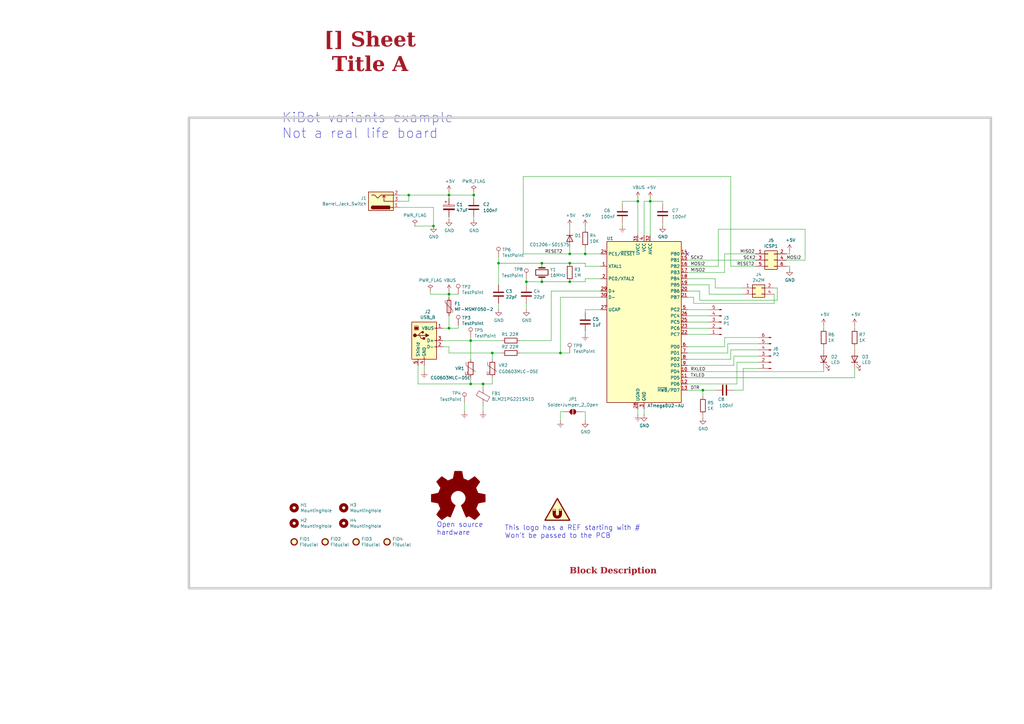
<source format=kicad_sch>
(kicad_sch (version 20250114) (generator "eeschema") (generator_version "9.0")
  (paper "A3")
  (title_block (title "Sheet Title A") (date "2025-01-12") (rev "${REVISION}") (company "${COMPANY}"))
  (lib_symbols
    (symbol "Connector:Barrel_Jack_Switch" (pin_names (hide yes))
      (property "Reference" "J" (at 0 5.334 0))
      (property "Value" "Barrel_Jack_Switch" (at 0 -5.08 0))
      (symbol "Barrel_Jack_Switch_1_1"
        (pin passive line (at 7.62 2.54 180) (length 2.54) (name "~") (number "1"))
        (pin passive line (at 7.62 0 180) (length 2.54) (name "~") (number "3"))
        (pin passive line (at 7.62 -2.54 180) (length 2.54) (name "~") (number "2"))
      )
    )
    (symbol "Connector:Conn_01x05_Pin" (pin_names (offset 1.016) (hide yes))
      (property "Reference" "J" (at 0 7.62 0))
      (property "Value" "Conn_01x05_Pin" (at 0 -7.62 0))
      (symbol "Conn_01x05_Pin_1_1"
        (pin passive line (at 5.08 5.08 180) (length 3.81) (name "Pin_1") (number "1"))
        (pin passive line (at 5.08 2.54 180) (length 3.81) (name "Pin_2") (number "2"))
        (pin passive line (at 5.08 0 180) (length 3.81) (name "Pin_3") (number "3"))
        (pin passive line (at 5.08 -2.54 180) (length 3.81) (name "Pin_4") (number "4"))
        (pin passive line (at 5.08 -5.08 180) (length 3.81) (name "Pin_5") (number "5"))
      )
    )
    (symbol "Connector:Conn_01x06_Pin" (pin_names (offset 1.016) (hide yes))
      (property "Reference" "J" (at 0 7.62 0))
      (property "Value" "Conn_01x06_Pin" (at 0 -10.16 0))
      (symbol "Conn_01x06_Pin_1_1"
        (pin passive line (at 5.08 5.08 180) (length 3.81) (name "Pin_1") (number "1"))
        (pin passive line (at 5.08 2.54 180) (length 3.81) (name "Pin_2") (number "2"))
        (pin passive line (at 5.08 0 180) (length 3.81) (name "Pin_3") (number "3"))
        (pin passive line (at 5.08 -2.54 180) (length 3.81) (name "Pin_4") (number "4"))
        (pin passive line (at 5.08 -5.08 180) (length 3.81) (name "Pin_5") (number "5"))
        (pin passive line (at 5.08 -7.62 180) (length 3.81) (name "Pin_6") (number "6"))
      )
    )
    (symbol "Connector:TestPoint" (pin_numbers (hide yes)) (pin_names (offset 0.762) (hide yes))
      (property "Reference" "TP" (at 0 6.858 0))
      (property "Value" "TestPoint" (at 0 5.08 0))
      (symbol "TestPoint_1_1"
        (pin passive line (at 0 0 90) (length 2.54) (name "1") (number "1"))
      )
    )
    (symbol "Connector:USB_B" (pin_names (offset 1.016))
      (property "Reference" "J" (at -5.08 11.43 0))
      (property "Value" "USB_B" (at -5.08 8.89 0))
      (symbol "USB_B_1_1"
        (pin passive line (at -2.54 -10.16 90) (length 2.54) (name "Shield") (number "5"))
        (pin power_out line (at 0 -10.16 90) (length 2.54) (name "GND") (number "4"))
        (pin power_out line (at 7.62 5.08 180) (length 2.54) (name "VBUS") (number "1"))
        (pin bidirectional line (at 7.62 0 180) (length 2.54) (name "D+") (number "3"))
        (pin bidirectional line (at 7.62 -2.54 180) (length 2.54) (name "D-") (number "2"))
      )
    )
    (symbol "Connector_Generic:Conn_02x02_Odd_Even" (pin_names (offset 1.016) (hide yes))
      (property "Reference" "J" (at 1.27 2.54 0))
      (property "Value" "Conn_02x02_Odd_Even" (at 1.27 -5.08 0))
      (symbol "Conn_02x02_Odd_Even_1_1"
        (pin passive line (at -5.08 0 0) (length 3.81) (name "Pin_1") (number "1"))
        (pin passive line (at -5.08 -2.54 0) (length 3.81) (name "Pin_3") (number "3"))
        (pin passive line (at 7.62 0 180) (length 3.81) (name "Pin_2") (number "2"))
        (pin passive line (at 7.62 -2.54 180) (length 3.81) (name "Pin_4") (number "4"))
      )
    )
    (symbol "Connector_Generic:Conn_02x03_Odd_Even" (pin_names (offset 1.016) (hide yes))
      (property "Reference" "J" (at 1.27 5.08 0))
      (property "Value" "Conn_02x03_Odd_Even" (at 1.27 -5.08 0))
      (symbol "Conn_02x03_Odd_Even_1_1"
        (pin passive line (at -5.08 2.54 0) (length 3.81) (name "Pin_1") (number "1"))
        (pin passive line (at -5.08 0 0) (length 3.81) (name "Pin_3") (number "3"))
        (pin passive line (at -5.08 -2.54 0) (length 3.81) (name "Pin_5") (number "5"))
        (pin passive line (at 7.62 2.54 180) (length 3.81) (name "Pin_2") (number "2"))
        (pin passive line (at 7.62 0 180) (length 3.81) (name "Pin_4") (number "4"))
        (pin passive line (at 7.62 -2.54 180) (length 3.81) (name "Pin_6") (number "6"))
      )
    )
    (symbol "Device:C" (pin_numbers (hide yes)) (pin_names (offset 0.254))
      (property "Reference" "C" (at 0.635 2.54 0))
      (property "Value" "C" (at 0.635 -2.54 0))
      (symbol "C_1_1"
        (pin passive line (at 0 3.81 270) (length 2.794) (name "~") (number "1"))
        (pin passive line (at 0 -3.81 90) (length 2.794) (name "~") (number "2"))
      )
    )
    (symbol "Device:C_Polarized" (pin_numbers (hide yes)) (pin_names (offset 0.254))
      (property "Reference" "C" (at 0.635 2.54 0))
      (property "Value" "C_Polarized" (at 0.635 -2.54 0))
      (symbol "C_Polarized_1_1"
        (pin passive line (at 0 3.81 270) (length 2.794) (name "~") (number "1"))
        (pin passive line (at 0 -3.81 90) (length 2.794) (name "~") (number "2"))
      )
    )
    (symbol "Device:Crystal" (pin_numbers (hide yes)) (pin_names (offset 1.016) (hide yes))
      (property "Reference" "Y" (at 0 3.81 0))
      (property "Value" "Crystal" (at 0 -3.81 0))
      (symbol "Crystal_1_1"
        (pin passive line (at -3.81 0 0) (length 1.27) (name "1") (number "1"))
        (pin passive line (at 3.81 0 180) (length 1.27) (name "2") (number "2"))
      )
    )
    (symbol "Device:D" (pin_numbers (hide yes)) (pin_names (offset 1.016) (hide yes))
      (property "Reference" "D" (at 0 2.54 0))
      (property "Value" "D" (at 0 -2.54 0))
      (symbol "D_1_1"
        (pin passive line (at -3.81 0 0) (length 2.54) (name "K") (number "1"))
        (pin passive line (at 3.81 0 180) (length 2.54) (name "A") (number "2"))
      )
    )
    (symbol "Device:FerriteBead" (pin_numbers (hide yes)) (pin_names (offset 0))
      (property "Reference" "FB" (at -3.81 0.635 90))
      (property "Value" "FerriteBead" (at 3.81 0 90))
      (symbol "FerriteBead_1_1"
        (pin passive line (at 0 3.81 270) (length 2.54) (name "~") (number "1"))
        (pin passive line (at 0 -3.81 90) (length 2.54) (name "~") (number "2"))
      )
    )
    (symbol "Device:LED" (pin_numbers (hide yes)) (pin_names (offset 1.016) (hide yes))
      (property "Reference" "D" (at 0 2.54 0))
      (property "Value" "LED" (at 0 -2.54 0))
      (symbol "LED_1_1"
        (pin passive line (at -3.81 0 0) (length 2.54) (name "K") (number "1"))
        (pin passive line (at 3.81 0 180) (length 2.54) (name "A") (number "2"))
      )
    )
    (symbol "Device:Polyfuse" (pin_numbers (hide yes)) (pin_names (offset 0))
      (property "Reference" "F" (at -2.54 0 90))
      (property "Value" "Polyfuse" (at 2.54 0 90))
      (symbol "Polyfuse_1_1"
        (pin passive line (at 0 3.81 270) (length 1.27) (name "~") (number "1"))
        (pin passive line (at 0 -3.81 90) (length 1.27) (name "~") (number "2"))
      )
    )
    (symbol "Device:R" (pin_numbers (hide yes)) (pin_names (offset 0))
      (property "Reference" "R" (at 2.032 0 90))
      (property "Value" "R" (at 0 0 90))
      (symbol "R_1_1"
        (pin passive line (at 0 3.81 270) (length 1.27) (name "~") (number "1"))
        (pin passive line (at 0 -3.81 90) (length 1.27) (name "~") (number "2"))
      )
    )
    (symbol "Device:Varistor" (pin_numbers (hide yes)) (pin_names (offset 0))
      (property "Reference" "RV" (at 3.175 0 90))
      (property "Value" "Varistor" (at -3.175 0 90))
      (symbol "Varistor_0_0"
        (text "U" (at -1.778 -2.032 0) (effects (font (size 1.27 1.27))))
      )
      (symbol "Varistor_1_1"
        (pin passive line (at 0 3.81 270) (length 1.27) (name "~") (number "1"))
        (pin passive line (at 0 -3.81 90) (length 1.27) (name "~") (number "2"))
      )
    )
    (symbol "Graphic:Logo_Open_Hardware_Large" (in_bom no) (on_board no))
    (symbol "Graphic:SYM_Magnet_Large" (in_bom no) (on_board no))
    (symbol "Jumper:SolderJumper_2_Open" (pin_numbers (hide yes)) (pin_names (offset 0) (hide yes)) (exclude_from_sim yes) (in_bom no)
      (property "Reference" "JP" (at 0 2.032 0))
      (property "Value" "SolderJumper_2_Open" (at 0 -2.54 0))
      (symbol "SolderJumper_2_Open_1_1"
        (pin passive line (at -3.81 0 0) (length 2.54) (name "A") (number "1"))
        (pin passive line (at 3.81 0 180) (length 2.54) (name "B") (number "2"))
      )
    )
    (symbol "MCU_Microchip_ATmega:ATmega8U2-A"
      (property "Reference" "U" (at -15.24 34.29 0))
      (property "Value" "ATmega8U2-A" (at 2.54 -34.29 0))
      (symbol "ATmega8U2-A_1_1"
        (pin bidirectional line (at -17.78 27.94 0) (length 2.54) (name "PC1/~{RESET}") (number "24"))
        (pin input line (at -17.78 22.86 0) (length 2.54) (name "XTAL1") (number "1"))
        (pin bidirectional line (at -17.78 17.78 0) (length 2.54) (name "PC0/XTAL2") (number "2"))
        (pin bidirectional line (at -17.78 12.7 0) (length 2.54) (name "D+") (number "29"))
        (pin bidirectional line (at -17.78 10.16 0) (length 2.54) (name "D-") (number "30"))
        (pin passive line (at -17.78 5.08 0) (length 2.54) (name "UCAP") (number "27"))
        (pin power_in line (at -2.54 35.56 270) (length 2.54) (name "UVCC") (number "31"))
        (pin power_in line (at -2.54 -35.56 90) (length 2.54) (name "UGND") (number "28"))
        (pin power_in line (at 0 35.56 270) (length 2.54) (name "VCC") (number "4"))
        (pin power_in line (at 0 -35.56 90) (length 2.54) (name "GND") (number "3"))
        (pin power_in line (at 2.54 35.56 270) (length 2.54) (name "AVCC") (number "32"))
        (pin bidirectional line (at 17.78 27.94 180) (length 2.54) (name "PB0") (number "14"))
        (pin bidirectional line (at 17.78 25.4 180) (length 2.54) (name "PB1") (number "15"))
        (pin bidirectional line (at 17.78 22.86 180) (length 2.54) (name "PB2") (number "16"))
        (pin bidirectional line (at 17.78 20.32 180) (length 2.54) (name "PB3") (number "17"))
        (pin bidirectional line (at 17.78 17.78 180) (length 2.54) (name "PB4") (number "18"))
        (pin bidirectional line (at 17.78 15.24 180) (length 2.54) (name "PB5") (number "19"))
        (pin bidirectional line (at 17.78 12.7 180) (length 2.54) (name "PB6") (number "20"))
        (pin bidirectional line (at 17.78 10.16 180) (length 2.54) (name "PB7") (number "21"))
        (pin bidirectional line (at 17.78 5.08 180) (length 2.54) (name "PC2") (number "5"))
        (pin bidirectional line (at 17.78 2.54 180) (length 2.54) (name "PC4") (number "26"))
        (pin bidirectional line (at 17.78 0 180) (length 2.54) (name "PC5") (number "25"))
        (pin bidirectional line (at 17.78 -2.54 180) (length 2.54) (name "PC6") (number "23"))
        (pin bidirectional line (at 17.78 -5.08 180) (length 2.54) (name "PC7") (number "22"))
        (pin bidirectional line (at 17.78 -10.16 180) (length 2.54) (name "PD0") (number "6"))
        (pin bidirectional line (at 17.78 -12.7 180) (length 2.54) (name "PD1") (number "7"))
        (pin bidirectional line (at 17.78 -15.24 180) (length 2.54) (name "PD2") (number "8"))
        (pin bidirectional line (at 17.78 -17.78 180) (length 2.54) (name "PD3") (number "9"))
        (pin bidirectional line (at 17.78 -20.32 180) (length 2.54) (name "PD4") (number "10"))
        (pin bidirectional line (at 17.78 -22.86 180) (length 2.54) (name "PD5") (number "11"))
        (pin bidirectional line (at 17.78 -25.4 180) (length 2.54) (name "PD6") (number "12"))
        (pin bidirectional line (at 17.78 -27.94 180) (length 2.54) (name "~{HWB}/PD7") (number "13"))
      )
    )
    (symbol "Mechanical:Fiducial" (exclude_from_sim yes) (in_bom no)
      (property "Reference" "FID" (at 0 5.08 0))
      (property "Value" "Fiducial" (at 0 3.175 0))
    )
    (symbol "Mechanical:MountingHole" (pin_names (offset 1.016)) (exclude_from_sim yes) (in_bom no)
      (property "Reference" "H" (at 0 5.08 0))
      (property "Value" "MountingHole" (at 0 3.175 0))
    )
    (symbol "power:+5V" (power) (pin_numbers (hide yes)) (pin_names (offset 0) (hide yes))
      (property "Value" "+5V" (at 0 3.556 0))
      (symbol "+5V_1_1"
        (pin power_in line (at 0 0 90) (length 0) (name "~") (number "1"))
      )
    )
    (symbol "power:Earth" (power) (pin_numbers (hide yes)) (pin_names (offset 0) (hide yes))
      (property "Value" "Earth" (at 0 -3.81 0))
      (symbol "Earth_1_1"
        (pin power_in line (at 0 0 270) (length 0) (name "~") (number "1"))
      )
    )
    (symbol "power:GND" (power) (pin_numbers (hide yes)) (pin_names (offset 0) (hide yes))
      (property "Value" "GND" (at 0 -3.81 0))
      (symbol "GND_1_1"
        (pin power_in line (at 0 0 270) (length 0) (name "~") (number "1"))
      )
    )
    (symbol "power:PWR_FLAG" (power) (pin_numbers (hide yes)) (pin_names (offset 0) (hide yes))
      (property "Value" "PWR_FLAG" (at 0 3.81 0))
      (symbol "PWR_FLAG_0_0"
        (pin power_out line (at 0 0 90) (length 0) (name "~") (number "1"))
      )
    )
    (symbol "power:VBUS" (power) (pin_numbers (hide yes)) (pin_names (offset 0) (hide yes))
      (property "Value" "VBUS" (at 0 3.556 0))
      (symbol "VBUS_1_1"
        (pin power_in line (at 0 0 90) (length 0) (name "~") (number "1"))
      )
    )
  )
  (rectangle (start -149.86 99.06) (end -142.24 114.3) (stroke (width 0) (type dot) (color 255 0 0 1)))
  (rectangle (start 77.47 48.26) (end 406.4 241.3) (stroke (width 1) (color 200 200 200 1)))
  (text "Open source\nhardware" (at 179.07 219.71 0) (effects (font (size 2.0066 2.0066)) (justify left bottom)))
  (text "KiBot variants example\nNot a real life board" (at 115.57 57.15 0) (effects (font (size 3.9878 3.9878)) (justify left bottom)))
  (text "This logo has a REF starting with #\nWon't be passed to the PCB" (at 207.01 220.98 0) (effects (font (size 2.0066 2.0066)) (justify left bottom)))
  (text_box "LAYOUT NOTE:\nblablabla" (at -213.36 86.36 0) (size 26.67 11.43) (margins 1.4525 1.4525 1.4525 1.4525) (stroke (width 1) (color 0 0 255 1)) (effects (font (size 1.27 1.27) (thickness 0.4) (bold yes)) (justify left top)))
  (text_box "[${#}] ${TITLE}" (at 115.57 15.24 0) (size 72.39 12.7) (margins 4.4999 4.4999 4.4999 4.4999) (stroke (width -0.0001)) (effects (font (size 6 6) (thickness 1.2) (bold yes))))
  (text_box "Block Description" (at 156.21 229.87 0) (size 190.5 7.62) (margins 1.9049 1.9049 1.9049 1.9049) (stroke (width -0.0001)) (effects (font (size 2.54 2.54) (thickness 0.508) (bold yes)) (justify bottom)))
  (text_box "DESIGN NOTE:\nblablabla" (at -184.15 113.03 0) (size 21.59 11.43) (margins 1.3525 1.3525 1.3525 1.3525) (stroke (width 0.8) (color 250 236 0 1)) (effects (font (size 1.27 1.27)) (justify left top)))
  (junction (at 229.87 144.78))
  (junction (at 194.31 80.01))
  (junction (at 222.25 107.95))
  (junction (at 201.93 144.78))
  (junction (at 193.04 139.7))
  (junction (at 184.15 120.65))
  (junction (at 233.68 104.14))
  (junction (at 167.64 80.01))
  (junction (at 222.25 115.57))
  (junction (at 233.68 107.95))
  (junction (at 261.62 82.55))
  (junction (at 240.03 104.14))
  (junction (at 233.68 115.57))
  (junction (at 177.8 92.71))
  (junction (at 184.15 80.01))
  (junction (at 204.47 107.95))
  (junction (at 215.9 115.57))
  (junction (at 198.12 157.48))
  (junction (at 193.04 157.48))
  (junction (at 266.7 82.55))
  (junction (at 184.15 134.62))
  (junction (at 288.29 160.02))
  (no_connect (at 281.94 104.14))
  (wire (pts (xy 288.29 160.02) (xy 293.37 160.02)))
  (wire (pts (xy 271.78 83.82) (xy 271.78 82.55)))
  (wire (pts (xy 222.25 115.57) (xy 215.9 115.57)))
  (wire (pts (xy 163.83 85.09) (xy 177.8 85.09)))
  (wire (pts (xy 281.94 106.68) (xy 309.88 106.68)))
  (wire (pts (xy 187.96 120.65) (xy 184.15 120.65)))
  (wire (pts (xy 233.68 101.6) (xy 233.68 104.14)))
  (wire (pts (xy 204.47 124.46) (xy 204.47 127)))
  (wire (pts (xy 238.76 168.91) (xy 240.03 168.91)))
  (wire (pts (xy 337.82 152.4) (xy 337.82 151.13)))
  (wire (pts (xy 193.04 147.32) (xy 193.04 139.7)))
  (wire (pts (xy 255.27 82.55) (xy 261.62 82.55)))
  (wire (pts (xy 311.15 143.51) (xy 299.72 143.51)))
  (wire (pts (xy 281.94 160.02) (xy 288.29 160.02)))
  (wire (pts (xy 193.04 157.48) (xy 198.12 157.48)))
  (wire (pts (xy 337.82 133.35) (xy 337.82 134.62)))
  (wire (pts (xy 184.15 120.65) (xy 184.15 119.38)))
  (wire (pts (xy 350.52 142.24) (xy 350.52 143.51)))
  (wire (pts (xy 187.96 133.35) (xy 187.96 134.62)))
  (wire (pts (xy 294.64 93.98) (xy 330.2 93.98)))
  (wire (pts (xy 261.62 167.64) (xy 261.62 170.18)))
  (wire (pts (xy 163.83 80.01) (xy 167.64 80.01)))
  (wire (pts (xy 240.03 92.71) (xy 240.03 93.98)))
  (wire (pts (xy 222.25 107.95) (xy 204.47 107.95)))
  (wire (pts (xy 300.99 160.02) (xy 304.8 160.02)))
  (wire (pts (xy 204.47 105.41) (xy 204.47 107.95)))
  (wire (pts (xy 298.45 140.97) (xy 311.15 140.97)))
  (wire (pts (xy 302.26 148.59) (xy 311.15 148.59)))
  (wire (pts (xy 198.12 157.48) (xy 201.93 157.48)))
  (wire (pts (xy 309.88 109.22) (xy 299.72 109.22)))
  (wire (pts (xy 233.68 115.57) (xy 222.25 115.57)))
  (wire (pts (xy 264.16 167.64) (xy 264.16 170.18)))
  (wire (pts (xy 290.83 134.62) (xy 281.94 134.62)))
  (wire (pts (xy 284.48 121.92) (xy 284.48 124.46)))
  (wire (pts (xy 233.68 92.71) (xy 233.68 93.98)))
  (wire (pts (xy 264.16 96.52) (xy 264.16 82.55)))
  (wire (pts (xy 233.68 115.57) (xy 240.03 115.57)))
  (wire (pts (xy 215.9 115.57) (xy 215.9 116.84)))
  (wire (pts (xy 184.15 80.01) (xy 194.31 80.01)))
  (wire (pts (xy 255.27 91.44) (xy 255.27 92.71)))
  (wire (pts (xy 322.58 106.68) (xy 330.2 106.68)))
  (wire (pts (xy 240.03 107.95) (xy 233.68 107.95)))
  (wire (pts (xy 266.7 82.55) (xy 266.7 81.28)))
  (wire (pts (xy 281.94 132.08) (xy 290.83 132.08)))
  (wire (pts (xy 297.18 138.43) (xy 297.18 142.24)))
  (wire (pts (xy 281.94 121.92) (xy 284.48 121.92)))
  (wire (pts (xy 167.64 82.55) (xy 167.64 80.01)))
  (wire (pts (xy 177.8 92.71) (xy 170.18 92.71)))
  (wire (pts (xy 167.64 80.01) (xy 184.15 80.01)))
  (wire (pts (xy 194.31 78.74) (xy 194.31 80.01)))
  (wire (pts (xy 213.36 144.78) (xy 229.87 144.78)))
  (wire (pts (xy 215.9 124.46) (xy 215.9 127)))
  (wire (pts (xy 266.7 96.52) (xy 266.7 82.55)))
  (wire (pts (xy 322.58 104.14) (xy 323.85 104.14)))
  (wire (pts (xy 231.14 168.91) (xy 229.87 168.91)))
  (wire (pts (xy 290.83 129.54) (xy 281.94 129.54)))
  (wire (pts (xy 226.06 119.38) (xy 226.06 139.7)))
  (wire (pts (xy 281.94 149.86) (xy 300.99 149.86)))
  (wire (pts (xy 281.94 154.94) (xy 350.52 154.94)))
  (wire (pts (xy 300.99 149.86) (xy 300.99 146.05)))
  (wire (pts (xy 184.15 142.24) (xy 181.61 142.24)))
  (wire (pts (xy 177.8 85.09) (xy 177.8 92.71)))
  (wire (pts (xy 201.93 144.78) (xy 184.15 144.78)))
  (wire (pts (xy 193.04 138.43) (xy 193.04 139.7)))
  (wire (pts (xy 299.72 72.39) (xy 214.63 72.39)))
  (wire (pts (xy 184.15 78.74) (xy 184.15 80.01)))
  (wire (pts (xy 184.15 80.01) (xy 184.15 81.28)))
  (wire (pts (xy 240.03 109.22) (xy 240.03 107.95)))
  (wire (pts (xy 240.03 114.3) (xy 246.38 114.3)))
  (wire (pts (xy 255.27 83.82) (xy 255.27 82.55)))
  (wire (pts (xy 287.02 119.38) (xy 287.02 123.19)))
  (wire (pts (xy 240.03 115.57) (xy 240.03 114.3)))
  (wire (pts (xy 299.72 143.51) (xy 299.72 147.32)))
  (wire (pts (xy 163.83 82.55) (xy 167.64 82.55)))
  (wire (pts (xy 229.87 121.92) (xy 246.38 121.92)))
  (wire (pts (xy 293.37 114.3) (xy 293.37 118.11)))
  (wire (pts (xy 281.94 152.4) (xy 337.82 152.4)))
  (wire (pts (xy 266.7 82.55) (xy 271.78 82.55)))
  (wire (pts (xy 171.45 149.86) (xy 171.45 157.48)))
  (wire (pts (xy 229.87 144.78) (xy 229.87 121.92)))
  (wire (pts (xy 233.68 107.95) (xy 222.25 107.95)))
  (wire (pts (xy 246.38 109.22) (xy 240.03 109.22)))
  (wire (pts (xy 322.58 109.22) (xy 323.85 109.22)))
  (wire (pts (xy 281.94 157.48) (xy 302.26 157.48)))
  (wire (pts (xy 281.94 119.38) (xy 287.02 119.38)))
  (wire (pts (xy 323.85 109.22) (xy 323.85 110.49)))
  (wire (pts (xy 194.31 88.9) (xy 194.31 90.17)))
  (wire (pts (xy 240.03 101.6) (xy 240.03 104.14)))
  (wire (pts (xy 311.15 138.43) (xy 297.18 138.43)))
  (wire (pts (xy 281.94 109.22) (xy 294.64 109.22)))
  (wire (pts (xy 330.2 106.68) (xy 330.2 93.98)))
  (wire (pts (xy 294.64 109.22) (xy 294.64 93.98)))
  (wire (pts (xy 233.68 144.78) (xy 229.87 144.78)))
  (wire (pts (xy 297.18 142.24) (xy 281.94 142.24)))
  (wire (pts (xy 240.03 137.16) (xy 240.03 135.89)))
  (wire (pts (xy 281.94 114.3) (xy 293.37 114.3)))
  (wire (pts (xy 284.48 124.46) (xy 317.5 124.46)))
  (wire (pts (xy 246.38 119.38) (xy 226.06 119.38)))
  (wire (pts (xy 184.15 121.92) (xy 184.15 120.65)))
  (wire (pts (xy 290.83 120.65) (xy 304.8 120.65)))
  (wire (pts (xy 293.37 118.11) (xy 304.8 118.11)))
  (wire (pts (xy 194.31 80.01) (xy 194.31 81.28)))
  (wire (pts (xy 173.99 149.86) (xy 173.99 152.4)))
  (wire (pts (xy 298.45 144.78) (xy 298.45 140.97)))
  (wire (pts (xy 337.82 142.24) (xy 337.82 143.51)))
  (wire (pts (xy 302.26 157.48) (xy 302.26 148.59)))
  (wire (pts (xy 215.9 114.3) (xy 215.9 115.57)))
  (wire (pts (xy 317.5 124.46) (xy 317.5 120.65)))
  (wire (pts (xy 261.62 82.55) (xy 261.62 81.28)))
  (wire (pts (xy 226.06 139.7) (xy 213.36 139.7)))
  (wire (pts (xy 318.77 123.19) (xy 318.77 118.11)))
  (wire (pts (xy 181.61 139.7) (xy 193.04 139.7)))
  (wire (pts (xy 214.63 104.14) (xy 233.68 104.14)))
  (wire (pts (xy 205.74 144.78) (xy 201.93 144.78)))
  (wire (pts (xy 184.15 144.78) (xy 184.15 142.24)))
  (wire (pts (xy 261.62 96.52) (xy 261.62 82.55)))
  (wire (pts (xy 233.68 104.14) (xy 240.03 104.14)))
  (wire (pts (xy 204.47 107.95) (xy 204.47 116.84)))
  (wire (pts (xy 281.94 111.76) (xy 297.18 111.76)))
  (wire (pts (xy 290.83 116.84) (xy 290.83 120.65)))
  (wire (pts (xy 176.53 120.65) (xy 176.53 119.38)))
  (wire (pts (xy 190.5 165.1) (xy 190.5 168.91)))
  (wire (pts (xy 214.63 72.39) (xy 214.63 104.14)))
  (wire (pts (xy 281.94 144.78) (xy 298.45 144.78)))
  (wire (pts (xy 350.52 154.94) (xy 350.52 151.13)))
  (wire (pts (xy 300.99 146.05) (xy 311.15 146.05)))
  (wire (pts (xy 184.15 88.9) (xy 184.15 90.17)))
  (wire (pts (xy 304.8 151.13) (xy 311.15 151.13)))
  (wire (pts (xy 299.72 109.22) (xy 299.72 72.39)))
  (wire (pts (xy 288.29 170.18) (xy 288.29 171.45)))
  (wire (pts (xy 193.04 139.7) (xy 205.74 139.7)))
  (wire (pts (xy 240.03 168.91) (xy 240.03 172.72)))
  (polyline (pts (xy -149.86 109.22) (xy -162.56 113.03)) (stroke (width 0) (type dot) (color 255 0 0 1)))
  (wire (pts (xy 229.87 168.91) (xy 229.87 172.72)))
  (wire (pts (xy 304.8 160.02) (xy 304.8 151.13)))
  (wire (pts (xy 281.94 116.84) (xy 290.83 116.84)))
  (wire (pts (xy 193.04 154.94) (xy 193.04 157.48)))
  (wire (pts (xy 318.77 118.11) (xy 317.5 118.11)))
  (wire (pts (xy 184.15 134.62) (xy 184.15 129.54)))
  (wire (pts (xy 240.03 104.14) (xy 246.38 104.14)))
  (wire (pts (xy 184.15 120.65) (xy 176.53 120.65)))
  (wire (pts (xy 297.18 111.76) (xy 297.18 104.14)))
  (wire (pts (xy 201.93 157.48) (xy 201.93 154.94)))
  (wire (pts (xy 281.94 127) (xy 290.83 127)))
  (wire (pts (xy 271.78 91.44) (xy 271.78 92.71)))
  (wire (pts (xy 323.85 104.14) (xy 323.85 102.87)))
  (wire (pts (xy 181.61 134.62) (xy 184.15 134.62)))
  (wire (pts (xy 198.12 166.37) (xy 198.12 168.91)))
  (wire (pts (xy 171.45 157.48) (xy 193.04 157.48)))
  (wire (pts (xy 264.16 82.55) (xy 266.7 82.55)))
  (wire (pts (xy 297.18 104.14) (xy 309.88 104.14)))
  (wire (pts (xy 350.52 133.35) (xy 350.52 134.62)))
  (wire (pts (xy 240.03 127) (xy 240.03 128.27)))
  (wire (pts (xy 288.29 162.56) (xy 288.29 160.02)))
  (wire (pts (xy 299.72 147.32) (xy 281.94 147.32)))
  (wire (pts (xy 246.38 127) (xy 240.03 127)))
  (wire (pts (xy 201.93 147.32) (xy 201.93 144.78)))
  (wire (pts (xy 281.94 137.16) (xy 290.83 137.16)))
  (wire (pts (xy 198.12 157.48) (xy 198.12 158.75)))
  (wire (pts (xy 287.02 123.19) (xy 318.77 123.19)))
  (wire (pts (xy 187.96 134.62) (xy 184.15 134.62)))
  (label "RESET2" (at 302.26 109.22 0))
  (label "RXLED" (at 283.21 152.4 0))
  (label "SCK2" (at 283.21 106.68 0))
  (label "MOSI2" (at 322.58 106.68 0))
  (label "MISO2" (at 283.21 111.76 0))
  (label "RESET2" (at 223.52 104.14 0))
  (label "SCK2" (at 304.8 106.68 0))
  (label "DTR" (at 283.21 160.02 0))
  (label "TXLED" (at 283.21 154.94 0))
  (label "MOSI2" (at 283.21 109.22 0))
  (label "MISO2" (at 303.53 104.14 0))
  (symbol (lib_id "MCU_Microchip_ATmega:ATmega8U2-A") (at 264.16 132.08 0) (unit 1)
    (property "Reference" "U1" (at 250.19 97.79 0))
    (property "Value" "ATmega8U2-AU" (at 273.05 166.37 0))
    (property "Footprint" "Package_QFP:TQFP-32_7x7mm_P0.8mm" (effects (hide yes)))
    (property "Datasheet" "http://ww1.microchip.com/downloads/en/DeviceDoc/doc7799.pdf" (effects (hide yes)))
    (property "Description" "16MHz, 8kB Flash, 512B SRAM, 512B EEPROM, TQFP-32" (effects (hide yes)))
  )
  (symbol (lib_id "Device:R") (at 233.68 111.76 0) (unit 1)
    (property "Reference" "R3" (at 235.458 110.5916 0) (effects (justify left)))
    (property "Value" "1M" (at 235.458 112.903 0) (effects (justify left)))
    (property "Footprint" "Resistor_SMD:R_0805_2012Metric" (effects (hide yes)))
    (property "Description" "Resistor" (effects (hide yes)))
    (property "Config" "+USB,+XTAL" (effects (hide yes)))
  )
  (symbol (lib_id "Device:C") (at 215.9 120.65 0) (unit 1)
    (property "Reference" "C4" (at 218.821 119.4816 0) (effects (justify left)))
    (property "Value" "22pF" (at 218.821 121.793 0) (effects (justify left)))
    (property "Footprint" "Capacitor_SMD:C_0805_2012Metric" (effects (hide yes)))
    (property "Description" "Unpolarized capacitor" (effects (hide yes)))
    (property "Config" "+USB,+XTAL" (effects (hide yes)))
  )
  (symbol (lib_id "Device:C") (at 204.47 120.65 0) (unit 1)
    (property "Reference" "C3" (at 207.391 119.4816 0) (effects (justify left)))
    (property "Value" "22pF" (at 207.391 121.793 0) (effects (justify left)))
    (property "Footprint" "Capacitor_SMD:C_0805_2012Metric" (effects (hide yes)))
    (property "Description" "Unpolarized capacitor" (effects (hide yes)))
    (property "Config" "+USB,+XTAL" (effects (hide yes)))
  )
  (symbol (lib_id "power:GND") (at 204.47 127 0) (unit 1)
    (property "Reference" "#PWR09" (effects (hide yes)))
    (property "Value" "GND" (at 204.597 131.3942 0))
    (property "Description" "Power symbol creates a global label with name \"GND\" , ground" (effects (hide yes)))
  )
  (symbol (lib_id "power:GND") (at 215.9 127 0) (unit 1)
    (property "Reference" "#PWR010" (effects (hide yes)))
    (property "Value" "GND" (at 216.027 131.3942 0))
    (property "Description" "Power symbol creates a global label with name \"GND\" , ground" (effects (hide yes)))
  )
  (symbol (lib_id "Connector:TestPoint") (at 204.47 105.41 0) (unit 1)
    (property "Reference" "TP6" (at 205.9432 102.4128 0) (effects (justify left)))
    (property "Value" "TestPoint" (at 205.9432 104.7242 0) (effects (justify left)))
    (property "Footprint" "TestPoint:TestPoint_Pad_D1.0mm" (effects (hide yes)))
    (property "Description" "test point" (effects (hide yes)))
  )
  (symbol (lib_id "Connector:TestPoint") (at 215.9 114.3 0) (unit 1)
    (property "Reference" "TP8" (at 210.82 110.49 0) (effects (justify left)))
    (property "Value" "TestPoint" (at 205.74 113.03 0) (effects (justify left)))
    (property "Footprint" "TestPoint:TestPoint_Pad_D1.0mm" (effects (hide yes)))
    (property "Description" "test point" (effects (hide yes)))
  )
  (symbol (lib_id "Device:Varistor") (at 201.93 151.13 0) (unit 1)
    (property "Reference" "VR2" (at 204.47 149.86 0) (effects (justify left)))
    (property "Value" "CG0603MLC-05E" (at 204.47 152.4 0) (effects (justify left)))
    (property "Footprint" "Resistor_SMD:R_0603_1608Metric" (effects (hide yes)))
    (property "Description" "Voltage dependent resistor" (effects (hide yes)))
    (property "MFN" "Bourns Inc." (effects (hide yes)))
    (property "MFP" "CG0603MLC-05E" (effects (hide yes)))
    (property "Config" "+USB" (effects (hide yes)))
    (property "Sim.Name" "kicad_builtin_varistor" (effects (hide yes)))
    (property "Sim.Device" "SUBCKT" (effects (hide yes)))
    (property "Sim.Pins" "1=A 2=B" (effects (hide yes)))
    (property "Sim.Params" "threshold=1k" (effects (hide yes)))
    (property "Sim.Library" "${KICAD7_SYMBOL_DIR}/Simulation_SPICE.sp" (effects (hide yes)))
  )
  (symbol (lib_id "Device:Crystal") (at 222.25 111.76 270) (unit 1)
    (property "Reference" "Y1" (at 225.5774 110.5916 90) (effects (justify left)))
    (property "Value" "16MHz" (at 225.5774 112.903 90) (effects (justify left)))
    (property "Footprint" "Crystal:Crystal_SMD_Abracon_ABM3-2Pin_5.0x3.2mm" (effects (hide yes)))
    (property "Description" "Two pin crystal" (effects (hide yes)))
    (property "MFN" "Abracon LLC" (effects (hide yes)))
    (property "MFP" "ABM3-16.000MHZ-B2-T" (effects (hide yes)))
    (property "Config" "+USB,+XTAL" (effects (hide yes)))
  )
  (symbol (lib_id "Device:R") (at 209.55 139.7 270) (unit 1)
    (property "Reference" "R1" (at 207.01 137.16 90))
    (property "Value" "22R" (at 210.82 137.16 90))
    (property "Footprint" "Resistor_SMD:R_0805_2012Metric" (effects (hide yes)))
    (property "Description" "Resistor" (effects (hide yes)))
    (property "Config" "+USB" (effects (hide yes)))
  )
  (symbol (lib_id "Device:R") (at 209.55 144.78 270) (unit 1)
    (property "Reference" "R2" (at 207.01 142.24 90))
    (property "Value" "22R" (at 210.82 142.24 90))
    (property "Footprint" "Resistor_SMD:R_0805_2012Metric" (effects (hide yes)))
    (property "Description" "Resistor" (effects (hide yes)))
    (property "Config" "+USB" (effects (hide yes)))
  )
  (symbol (lib_id "Connector:USB_B") (at 173.99 139.7 0) (unit 1)
    (property "Reference" "J2" (at 175.4378 127.8382 0))
    (property "Value" "USB_B" (at 175.4378 130.1496 0))
    (property "Footprint" "Connector_USB:USB_B_Lumberg_2411_02_Horizontal" (effects (hide yes)))
    (property "Description" "USB Type B connector" (effects (hide yes)))
    (property "MFN" "TE Connectivity AMP Connectors" (effects (hide yes)))
    (property "MFP" "292304-1" (effects (hide yes)))
    (property "Config" "+USB" (effects (hide yes)))
  )
  (symbol (lib_id "Device:Varistor") (at 193.04 151.13 0) (unit 1)
    (property "Reference" "VR1" (at 186.69 151.13 0) (effects (justify left)))
    (property "Value" "CG0603MLC-05E" (at 176.53 154.94 0) (effects (justify left)))
    (property "Footprint" "Resistor_SMD:R_0603_1608Metric" (effects (hide yes)))
    (property "Description" "Voltage dependent resistor" (effects (hide yes)))
    (property "MFN" "Bourns Inc." (effects (hide yes)))
    (property "MFP" "CG0603MLC-05E" (effects (hide yes)))
    (property "Config" "+USB" (effects (hide yes)))
    (property "Sim.Name" "kicad_builtin_varistor" (effects (hide yes)))
    (property "Sim.Device" "SUBCKT" (effects (hide yes)))
    (property "Sim.Pins" "1=A 2=B" (effects (hide yes)))
    (property "Sim.Params" "threshold=1k" (effects (hide yes)))
    (property "Sim.Library" "${KICAD7_SYMBOL_DIR}/Simulation_SPICE.sp" (effects (hide yes)))
  )
  (symbol (lib_id "Device:FerriteBead") (at 198.12 162.56 0) (unit 1)
    (property "Reference" "FB1" (at 201.5998 161.3916 0) (effects (justify left)))
    (property "Value" "BLM21PG221SN1D" (at 201.5998 163.703 0) (effects (justify left)))
    (property "Footprint" "Resistor_SMD:R_0805_2012Metric" (effects (hide yes)))
    (property "Description" "Ferrite bead" (effects (hide yes)))
    (property "MFN" "Murata" (effects (hide yes)))
    (property "MFP" "BLM21PG221SN1D" (effects (hide yes)))
    (property "Config" "+USB" (effects (hide yes)))
  )
  (symbol (lib_id "Device:Polyfuse") (at 184.15 125.73 0) (unit 1)
    (property "Reference" "F1" (at 186.3852 124.5616 0) (effects (justify left)))
    (property "Value" "MF-MSMF050-2" (at 186.3852 126.873 0) (effects (justify left)))
    (property "Footprint" "Resistor_SMD:R_1812_4532Metric" (effects (hide yes)))
    (property "Description" "Resettable fuse, polymeric positive temperature coefficient" (effects (hide yes)))
    (property "Config" "+USB" (effects (hide yes)))
  )
  (symbol (lib_id "power:Earth") (at 198.12 168.91 0) (unit 1)
    (property "Reference" "#PWR08" (effects (hide yes)))
    (property "Value" "Earth" (effects (hide yes)))
    (property "Description" "Power symbol creates a global label with name \"Earth\"" (effects (hide yes)))
  )
  (symbol (lib_id "power:Earth") (at 173.99 152.4 0) (unit 1)
    (property "Reference" "#PWR01" (effects (hide yes)))
    (property "Value" "Earth" (effects (hide yes)))
    (property "Description" "Power symbol creates a global label with name \"Earth\"" (effects (hide yes)))
  )
  (symbol (lib_id "Connector:TestPoint") (at 193.04 138.43 0) (unit 1)
    (property "Reference" "TP5" (at 194.5132 135.4328 0) (effects (justify left)))
    (property "Value" "TestPoint" (at 194.5132 137.7442 0) (effects (justify left)))
    (property "Footprint" "TestPoint:TestPoint_Pad_D1.0mm" (effects (hide yes)))
    (property "Description" "test point" (effects (hide yes)))
  )
  (symbol (lib_id "Connector:TestPoint") (at 233.68 144.78 0) (unit 1)
    (property "Reference" "TP9" (at 235.1532 141.7828 0) (effects (justify left)))
    (property "Value" "TestPoint" (at 235.1532 144.0942 0) (effects (justify left)))
    (property "Footprint" "TestPoint:TestPoint_Pad_D1.0mm" (effects (hide yes)))
    (property "Description" "test point" (effects (hide yes)))
  )
  (symbol (lib_id "power:VBUS") (at 184.15 119.38 0) (unit 1)
    (property "Reference" "#PWR05" (effects (hide yes)))
    (property "Value" "VBUS" (at 184.531 114.9858 0))
    (property "Description" "Power symbol creates a global label with name \"VBUS\"" (effects (hide yes)))
  )
  (symbol (lib_id "Connector:TestPoint") (at 187.96 120.65 0) (unit 1)
    (property "Reference" "TP2" (at 189.4332 117.6528 0) (effects (justify left)))
    (property "Value" "TestPoint" (at 189.4332 119.9642 0) (effects (justify left)))
    (property "Footprint" "TestPoint:TestPoint_Pad_D1.0mm" (effects (hide yes)))
    (property "Description" "test point" (effects (hide yes)))
  )
  (symbol (lib_id "power:PWR_FLAG") (at 176.53 119.38 0) (unit 1)
    (property "Reference" "#FLG01" (effects (hide yes)))
    (property "Value" "PWR_FLAG" (at 176.53 114.9858 0))
    (property "Description" "Special symbol for telling ERC where power comes from" (effects (hide yes)))
  )
  (symbol (lib_id "power:Earth") (at 190.5 168.91 0) (unit 1)
    (property "Reference" "#PWR06" (effects (hide yes)))
    (property "Value" "Earth" (effects (hide yes)))
    (property "Description" "Power symbol creates a global label with name \"Earth\"" (effects (hide yes)))
  )
  (symbol (lib_id "Graphic:SYM_Magnet_Large") (at 228.6 208.28 0) (unit 1)
    (property "Reference" "#SYM1" (effects (hide yes)))
    (property "Value" "SYM_Magnet_Large" (effects (hide yes)))
    (property "Description" "Magnetic field warning symbol, large" (effects (hide yes)))
  )
  (symbol (lib_id "Connector:TestPoint") (at 190.5 165.1 0) (unit 1)
    (property "Reference" "TP4" (at 185.42 161.29 0) (effects (justify left)))
    (property "Value" "TestPoint" (at 180.34 163.83 0) (effects (justify left)))
    (property "Footprint" "TestPoint:TestPoint_Pad_D1.0mm" (effects (hide yes)))
    (property "Description" "test point" (effects (hide yes)))
  )
  (symbol (lib_id "Device:LED") (at 350.52 147.32 90) (unit 1)
    (property "Reference" "D3" (at 353.5172 146.3294 90) (effects (justify right)))
    (property "Value" "LED" (at 353.5172 148.6408 90) (effects (justify right)))
    (property "Footprint" "LED_SMD:LED_0805_2012Metric" (effects (hide yes)))
    (property "Description" "Light emitting diode" (effects (hide yes)))
    (property "MFN" "OSRAM Opto Semiconductors Inc." (effects (hide yes)))
    (property "MFP" "LG R971-KN-1" (effects (hide yes)))
  )
  (symbol (lib_id "power:Earth") (at 240.03 137.16 0) (unit 1)
    (property "Reference" "#PWR014" (effects (hide yes)))
    (property "Value" "Earth" (effects (hide yes)))
    (property "Description" "Power symbol creates a global label with name \"Earth\"" (effects (hide yes)))
  )
  (symbol (lib_id "Device:C") (at 240.03 132.08 0) (unit 1)
    (property "Reference" "C5" (at 242.951 130.9116 0) (effects (justify left)))
    (property "Value" "1uF" (at 242.951 133.223 0) (effects (justify left)))
    (property "Footprint" "Capacitor_SMD:C_0805_2012Metric" (effects (hide yes)))
    (property "Description" "Unpolarized capacitor" (effects (hide yes)))
  )
  (symbol (lib_id "Connector:Barrel_Jack_Switch") (at 156.21 82.55 0) (mirror x) (unit 1)
    (property "Reference" "J1" (at 150.368 81.28 0) (effects (justify right)))
    (property "Value" "Barrel_Jack_Switch" (at 150.368 83.5914 0) (effects (justify right)))
    (property "Footprint" "Connector_BarrelJack:BarrelJack_CLIFF_FC681465S_SMT_Horizontal" (effects (hide yes)))
    (property "Description" "DC Barrel Jack with an internal switch" (effects (hide yes)))
    (property "MFN" "Würth Elektronik" (effects (hide yes)))
    (property "MFP" "694106106102" (effects (hide yes)))
  )
  (symbol (lib_id "power:VBUS") (at 261.62 81.28 0) (unit 1)
    (property "Reference" "#PWR017" (effects (hide yes)))
    (property "Value" "VBUS" (at 262.001 76.8858 0))
    (property "Description" "Power symbol creates a global label with name \"VBUS\"" (effects (hide yes)))
  )
  (symbol (lib_id "Device:C") (at 255.27 87.63 0) (unit 1)
    (property "Reference" "C6" (at 247.65 86.36 0) (effects (justify left)))
    (property "Value" "100nF" (at 246.38 88.9 0) (effects (justify left)))
    (property "Footprint" "Capacitor_SMD:C_0805_2012Metric" (effects (hide yes)))
    (property "Description" "Unpolarized capacitor" (effects (hide yes)))
  )
  (symbol (lib_id "power:Earth") (at 255.27 92.71 0) (unit 1)
    (property "Reference" "#PWR016" (effects (hide yes)))
    (property "Value" "Earth" (effects (hide yes)))
    (property "Description" "Power symbol creates a global label with name \"Earth\"" (effects (hide yes)))
  )
  (symbol (lib_id "Connector:TestPoint") (at 187.96 133.35 0) (unit 1)
    (property "Reference" "TP3" (at 189.4332 130.3528 0) (effects (justify left)))
    (property "Value" "TestPoint" (at 189.4332 132.6642 0) (effects (justify left)))
    (property "Footprint" "TestPoint:TestPoint_Pad_D1.0mm" (effects (hide yes)))
    (property "Description" "test point" (effects (hide yes)))
  )
  (symbol (lib_id "power:Earth") (at 261.62 170.18 0) (unit 1)
    (property "Reference" "#PWR018" (effects (hide yes)))
    (property "Value" "Earth" (effects (hide yes)))
    (property "Description" "Power symbol creates a global label with name \"Earth\"" (effects (hide yes)))
  )
  (symbol (lib_id "power:GND") (at 264.16 170.18 0) (unit 1)
    (property "Reference" "#PWR019" (effects (hide yes)))
    (property "Value" "GND" (at 264.287 174.5742 0))
    (property "Description" "Power symbol creates a global label with name \"GND\" , ground" (effects (hide yes)))
  )
  (symbol (lib_id "Jumper:SolderJumper_2_Open") (at 234.95 168.91 0) (unit 1)
    (property "Reference" "JP1" (at 234.95 163.703 0))
    (property "Value" "SolderJumper_2_Open" (at 234.95 166.0144 0))
    (property "Footprint" "Jumper:SolderJumper-2_P1.3mm_Open_RoundedPad1.0x1.5mm" (effects (hide yes)))
    (property "Description" "Solder Jumper, 2-pole, open" (effects (hide yes)))
  )
  (symbol (lib_id "power:Earth") (at 229.87 172.72 0) (unit 1)
    (property "Reference" "#PWR011" (effects (hide yes)))
    (property "Value" "Earth" (effects (hide yes)))
    (property "Description" "Power symbol creates a global label with name \"Earth\"" (effects (hide yes)))
  )
  (symbol (lib_id "power:GND") (at 240.03 172.72 0) (unit 1)
    (property "Reference" "#PWR015" (effects (hide yes)))
    (property "Value" "GND" (at 240.157 177.1142 0))
    (property "Description" "Power symbol creates a global label with name \"GND\" , ground" (effects (hide yes)))
  )
  (symbol (lib_id "Device:R") (at 240.03 97.79 0) (unit 1)
    (property "Reference" "R4" (at 241.808 96.6216 0) (effects (justify left)))
    (property "Value" "10K" (at 241.808 98.933 0) (effects (justify left)))
    (property "Footprint" "Resistor_SMD:R_0805_2012Metric" (effects (hide yes)))
    (property "Description" "Resistor" (effects (hide yes)))
  )
  (symbol (lib_id "Device:D") (at 233.68 97.79 270) (unit 1)
    (property "Reference" "D1" (at 235.712 96.6216 90) (effects (justify left)))
    (property "Value" "CD1206-S01575" (at 217.17 100.33 90) (effects (justify left)))
    (property "Footprint" "Diode_SMD:D_1206_3216Metric" (effects (hide yes)))
    (property "Description" "Diode" (effects (hide yes)))
    (property "Sim.Device" "D" (effects (hide yes)))
    (property "Sim.Pins" "1=K 2=A" (effects (hide yes)))
  )
  (symbol (lib_id "power:+5V") (at 233.68 92.71 0) (unit 1)
    (property "Reference" "#PWR012" (effects (hide yes)))
    (property "Value" "+5V" (at 234.061 88.3158 0))
    (property "Description" "Power symbol creates a global label with name \"+5V\"" (effects (hide yes)))
  )
  (symbol (lib_id "power:+5V") (at 240.03 92.71 0) (unit 1)
    (property "Reference" "#PWR013" (effects (hide yes)))
    (property "Value" "+5V" (at 240.411 88.3158 0))
    (property "Description" "Power symbol creates a global label with name \"+5V\"" (effects (hide yes)))
  )
  (symbol (lib_id "Connector_Generic:Conn_02x03_Odd_Even") (at 314.96 106.68 0) (unit 1)
    (property "Reference" "J5" (at 316.23 98.6282 0))
    (property "Value" "ICSP1" (at 316.23 100.9396 0))
    (property "Footprint" "Connector_PinHeader_2.54mm:PinHeader_2x03_P2.54mm_Vertical" (effects (hide yes)))
    (property "Description" "Generic connector, double row, 02x03, odd/even pin numbering scheme (row 1 odd numbers, row 2 even numbers), script generated (kicad-library-utils/schlib/autogen/connector/)" (effects (hide yes)))
    (property "MFN" "Harwin Inc." (effects (hide yes)))
    (property "MFP" "M20-9980346" (effects (hide yes)))
    (property "Config" "-USB" (effects (hide yes)))
  )
  (symbol (lib_id "power:+5V") (at 323.85 102.87 0) (unit 1)
    (property "Reference" "#PWR023" (effects (hide yes)))
    (property "Value" "+5V" (at 324.231 98.4758 0))
    (property "Description" "Power symbol creates a global label with name \"+5V\"" (effects (hide yes)))
  )
  (symbol (lib_id "power:GND") (at 323.85 110.49 0) (unit 1)
    (property "Reference" "#PWR024" (effects (hide yes)))
    (property "Value" "GND" (at 323.977 114.8842 0))
    (property "Description" "Power symbol creates a global label with name \"GND\" , ground" (effects (hide yes)))
  )
  (symbol (lib_id "Connector_Generic:Conn_02x02_Odd_Even") (at 309.88 118.11 0) (unit 1)
    (property "Reference" "J4" (at 311.15 112.5982 0))
    (property "Value" "2x2M" (at 311.15 114.9096 0))
    (property "Footprint" "Connector_PinHeader_2.54mm:PinHeader_2x02_P2.54mm_Vertical" (effects (hide yes)))
    (property "Description" "Generic connector, double row, 02x02, odd/even pin numbering scheme (row 1 odd numbers, row 2 even numbers), script generated (kicad-library-utils/schlib/autogen/connector/)" (effects (hide yes)))
    (property "MFN" "Harwin Inc." (effects (hide yes)))
    (property "MFP" "M20-9980246-ND" (effects (hide yes)))
    (property "Config" "DNF" (effects (hide yes)))
  )
  (symbol (lib_id "Connector:Conn_01x05_Pin") (at 295.91 132.08 180) (unit 1)
    (property "Reference" "J3" (at 296.6212 130.3528 0) (effects (justify right)))
    (property "Value" "P1" (at 296.6212 132.6642 0) (effects (justify right)))
    (property "Footprint" "Connector_PinHeader_2.54mm:PinHeader_1x05_P2.54mm_Vertical" (effects (hide yes)))
    (property "Description" "Generic connector, single row, 01x05, script generated" (effects (hide yes)))
  )
  (symbol (lib_id "Device:R") (at 350.52 138.43 0) (unit 1)
    (property "Reference" "R7" (at 352.298 137.2616 0) (effects (justify left)))
    (property "Value" "1K" (at 352.298 139.573 0) (effects (justify left)))
    (property "Footprint" "Resistor_SMD:R_0805_2012Metric" (effects (hide yes)))
    (property "Description" "Resistor" (effects (hide yes)))
  )
  (symbol (lib_id "power:+5V") (at 350.52 133.35 0) (unit 1)
    (property "Reference" "#PWR026" (effects (hide yes)))
    (property "Value" "+5V" (at 350.901 128.9558 0))
    (property "Description" "Power symbol creates a global label with name \"+5V\"" (effects (hide yes)))
  )
  (symbol (lib_id "Device:LED") (at 337.82 147.32 90) (unit 1)
    (property "Reference" "D2" (at 340.8172 146.3294 90) (effects (justify right)))
    (property "Value" "LED" (at 340.8172 148.6408 90) (effects (justify right)))
    (property "Footprint" "LED_SMD:LED_0805_2012Metric" (effects (hide yes)))
    (property "Description" "Light emitting diode" (effects (hide yes)))
    (property "MFN" "OSRAM Opto Semiconductors Inc." (effects (hide yes)))
    (property "MFP" "LG R971-KN-1" (effects (hide yes)))
  )
  (symbol (lib_id "Device:R") (at 337.82 138.43 0) (unit 1)
    (property "Reference" "R6" (at 339.598 137.2616 0) (effects (justify left)))
    (property "Value" "1K" (at 339.598 139.573 0) (effects (justify left)))
    (property "Footprint" "Resistor_SMD:R_0805_2012Metric" (effects (hide yes)))
    (property "Description" "Resistor" (effects (hide yes)))
  )
  (symbol (lib_id "power:+5V") (at 337.82 133.35 0) (unit 1)
    (property "Reference" "#PWR025" (effects (hide yes)))
    (property "Value" "+5V" (at 338.201 128.9558 0))
    (property "Description" "Power symbol creates a global label with name \"+5V\"" (effects (hide yes)))
  )
  (symbol (lib_id "Device:R") (at 288.29 166.37 0) (unit 1)
    (property "Reference" "R5" (at 290.068 165.2016 0) (effects (justify left)))
    (property "Value" "1K" (at 290.068 167.513 0) (effects (justify left)))
    (property "Footprint" "Resistor_SMD:R_0805_2012Metric" (effects (hide yes)))
    (property "Description" "Resistor" (effects (hide yes)))
  )
  (symbol (lib_id "Device:C") (at 297.18 160.02 90) (unit 1)
    (property "Reference" "C8" (at 297.18 163.83 90) (effects (justify left)))
    (property "Value" "100nF" (at 300.99 166.37 90) (effects (justify left)))
    (property "Footprint" "Capacitor_SMD:C_0805_2012Metric" (effects (hide yes)))
    (property "Description" "Unpolarized capacitor" (effects (hide yes)))
  )
  (symbol (lib_id "power:GND") (at 288.29 171.45 0) (unit 1)
    (property "Reference" "#PWR022" (effects (hide yes)))
    (property "Value" "GND" (at 288.417 175.8442 0))
    (property "Description" "Power symbol creates a global label with name \"GND\" , ground" (effects (hide yes)))
  )
  (symbol (lib_id "Connector:Conn_01x06_Pin") (at 316.23 146.05 180) (unit 1)
    (property "Reference" "J6" (at 316.9412 143.0528 0) (effects (justify right)))
    (property "Value" "P2" (at 316.9412 145.3642 0) (effects (justify right)))
    (property "Footprint" "Connector_PinHeader_2.54mm:PinHeader_1x06_P2.54mm_Vertical" (effects (hide yes)))
    (property "Description" "Generic connector, single row, 01x06, script generated" (effects (hide yes)))
  )
  (symbol (lib_id "Device:C") (at 271.78 87.63 0) (unit 1)
    (property "Reference" "C7" (at 275.59 86.36 0) (effects (justify left)))
    (property "Value" "100nF" (at 275.59 88.9 0) (effects (justify left)))
    (property "Footprint" "Capacitor_SMD:C_0805_2012Metric" (effects (hide yes)))
    (property "Description" "Unpolarized capacitor" (effects (hide yes)))
  )
  (symbol (lib_id "power:+5V") (at 266.7 81.28 0) (unit 1)
    (property "Reference" "#PWR020" (effects (hide yes)))
    (property "Value" "+5V" (at 267.081 76.8858 0))
    (property "Description" "Power symbol creates a global label with name \"+5V\"" (effects (hide yes)))
  )
  (symbol (lib_id "power:GND") (at 271.78 92.71 0) (unit 1)
    (property "Reference" "#PWR021" (effects (hide yes)))
    (property "Value" "GND" (at 271.907 97.1042 0))
    (property "Description" "Power symbol creates a global label with name \"GND\" , ground" (effects (hide yes)))
  )
  (symbol (lib_id "power:GND") (at 177.8 92.71 0) (unit 1)
    (property "Reference" "#PWR02" (effects (hide yes)))
    (property "Value" "GND" (at 177.927 97.1042 0))
    (property "Description" "Power symbol creates a global label with name \"GND\" , ground" (effects (hide yes)))
  )
  (symbol (lib_id "Device:C_Polarized") (at 184.15 85.09 0) (unit 1)
    (property "Reference" "C1" (at 187.1472 83.9216 0) (effects (justify left)))
    (property "Value" "47uF" (at 187.1472 86.233 0) (effects (justify left)))
    (property "Footprint" "Capacitor_SMD:CP_Elec_8x10" (effects (hide yes)))
    (property "Description" "Polarized capacitor" (effects (hide yes)))
    (property "MFN" "Vishay Beyschlag/Draloric/BC Components" (effects (hide yes)))
    (property "MFP" "MAL215371479E3" (effects (hide yes)))
  )
  (symbol (lib_id "power:GND") (at 184.15 90.17 0) (unit 1)
    (property "Reference" "#PWR04" (effects (hide yes)))
    (property "Value" "GND" (at 184.277 94.5642 0))
    (property "Description" "Power symbol creates a global label with name \"GND\" , ground" (effects (hide yes)))
  )
  (symbol (lib_id "Device:C") (at 194.31 85.09 0) (unit 1)
    (property "Reference" "C2" (at 198.12 83.82 0) (effects (justify left)))
    (property "Value" "100nF" (at 198.12 86.36 0) (effects (justify left)))
    (property "Footprint" "Capacitor_SMD:C_0805_2012Metric" (effects (hide yes)))
    (property "Description" "Unpolarized capacitor" (effects (hide yes)))
  )
  (symbol (lib_id "power:GND") (at 194.31 90.17 0) (unit 1)
    (property "Reference" "#PWR07" (effects (hide yes)))
    (property "Value" "GND" (at 194.437 94.5642 0))
    (property "Description" "Power symbol creates a global label with name \"GND\" , ground" (effects (hide yes)))
  )
  (symbol (lib_id "power:+5V") (at 184.15 78.74 0) (unit 1)
    (property "Reference" "#PWR03" (effects (hide yes)))
    (property "Value" "+5V" (at 184.531 74.3458 0))
    (property "Description" "Power symbol creates a global label with name \"+5V\"" (effects (hide yes)))
  )
  (symbol (lib_id "power:PWR_FLAG") (at 194.31 78.74 0) (unit 1)
    (property "Reference" "#FLG02" (effects (hide yes)))
    (property "Value" "PWR_FLAG" (at 194.31 74.3458 0))
    (property "Description" "Special symbol for telling ERC where power comes from" (effects (hide yes)))
  )
  (symbol (lib_id "power:PWR_FLAG") (at 170.18 92.71 0) (unit 1)
    (property "Reference" "#FLG0101" (effects (hide yes)))
    (property "Value" "PWR_FLAG" (at 170.18 88.3158 0))
    (property "Description" "Special symbol for telling ERC where power comes from" (effects (hide yes)))
  )
  (symbol (lib_id "Mechanical:Fiducial") (at 120.65 222.25 0) (unit 1)
    (property "Reference" "FID1" (at 122.809 221.0816 0) (effects (justify left)))
    (property "Value" "Fiducial" (at 122.809 223.393 0) (effects (justify left)))
    (property "Footprint" "Fiducial:Fiducial_0.75mm_Mask1.5mm" (effects (hide yes)))
    (property "Description" "Fiducial Marker" (effects (hide yes)))
  )
  (symbol (lib_id "Mechanical:Fiducial") (at 133.35 222.25 0) (unit 1)
    (property "Reference" "FID2" (at 135.509 221.0816 0) (effects (justify left)))
    (property "Value" "Fiducial" (at 135.509 223.393 0) (effects (justify left)))
    (property "Footprint" "Fiducial:Fiducial_0.75mm_Mask1.5mm" (effects (hide yes)))
    (property "Description" "Fiducial Marker" (effects (hide yes)))
  )
  (symbol (lib_id "Mechanical:Fiducial") (at 146.05 222.25 0) (unit 1)
    (property "Reference" "FID3" (at 148.209 221.0816 0) (effects (justify left)))
    (property "Value" "Fiducial" (at 148.209 223.393 0) (effects (justify left)))
    (property "Footprint" "Fiducial:Fiducial_0.75mm_Mask1.5mm" (effects (hide yes)))
    (property "Description" "Fiducial Marker" (effects (hide yes)))
  )
  (symbol (lib_id "Mechanical:Fiducial") (at 158.75 222.25 0) (unit 1)
    (property "Reference" "FID4" (at 160.909 221.0816 0) (effects (justify left)))
    (property "Value" "Fiducial" (at 160.909 223.393 0) (effects (justify left)))
    (property "Footprint" "Fiducial:Fiducial_0.75mm_Mask1.5mm" (effects (hide yes)))
    (property "Description" "Fiducial Marker" (effects (hide yes)))
  )
  (symbol (lib_id "Mechanical:MountingHole") (at 120.65 214.63 0) (unit 1)
    (property "Reference" "H2" (at 123.19 213.4616 0) (effects (justify left)))
    (property "Value" "MountingHole" (at 123.19 215.773 0) (effects (justify left)))
    (property "Footprint" "MountingHole:MountingHole_2.7mm_M2.5" (effects (hide yes)))
    (property "Description" "Mounting Hole without connection" (effects (hide yes)))
  )
  (symbol (lib_id "Mechanical:MountingHole") (at 140.97 214.63 0) (unit 1)
    (property "Reference" "H4" (at 143.51 213.4616 0) (effects (justify left)))
    (property "Value" "MountingHole" (at 143.51 215.773 0) (effects (justify left)))
    (property "Footprint" "MountingHole:MountingHole_2.7mm_M2.5" (effects (hide yes)))
    (property "Description" "Mounting Hole without connection" (effects (hide yes)))
  )
  (symbol (lib_id "Mechanical:MountingHole") (at 120.65 208.28 0) (unit 1)
    (property "Reference" "H1" (at 123.19 207.1116 0) (effects (justify left)))
    (property "Value" "MountingHole" (at 123.19 209.423 0) (effects (justify left)))
    (property "Footprint" "MountingHole:MountingHole_2.7mm_M2.5" (effects (hide yes)))
    (property "Description" "Mounting Hole without connection" (effects (hide yes)))
  )
  (symbol (lib_id "Mechanical:MountingHole") (at 140.97 208.28 0) (unit 1)
    (property "Reference" "H3" (at 143.51 207.1116 0) (effects (justify left)))
    (property "Value" "MountingHole" (at 143.51 209.423 0) (effects (justify left)))
    (property "Footprint" "MountingHole:MountingHole_2.7mm_M2.5" (effects (hide yes)))
    (property "Description" "Mounting Hole without connection" (effects (hide yes)))
  )
  (symbol (lib_id "Graphic:Logo_Open_Hardware_Large") (at 187.96 204.47 0) (unit 1)
    (property "Reference" "LOGO1" (effects (hide yes)))
    (property "Value" "Logo_Open_Hardware_Large" (effects (hide yes)))
    (property "Footprint" "Symbol:OSHW-Logo_11.4x12mm_SilkScreen" (effects (hide yes)))
    (property "Description" "Open Hardware logo, large" (effects (hide yes)))
  )
)
</source>
